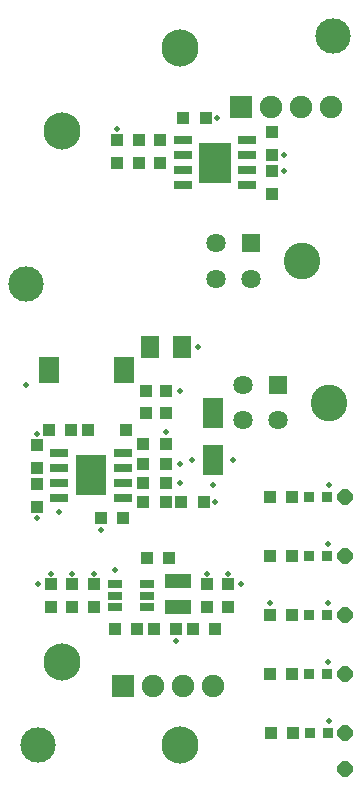
<source format=gts>
G04*
G04 #@! TF.GenerationSoftware,Altium Limited,Altium Designer,20.0.11 (256)*
G04*
G04 Layer_Color=8388736*
%FSLAX44Y44*%
%MOMM*%
G71*
G01*
G75*
%ADD17R,0.9000X0.9000*%
%ADD29R,1.5400X1.9200*%
%ADD30R,1.0000X1.0000*%
%ADD31R,1.0000X1.0500*%
%ADD32R,2.6100X3.4000*%
%ADD33R,1.5500X0.7000*%
%ADD34R,1.7000X2.3000*%
%ADD35R,1.0000X1.0000*%
%ADD36R,1.8000X2.6000*%
%ADD37C,3.0000*%
%ADD38R,1.2000X0.7000*%
%ADD39R,2.3200X1.3000*%
%ADD40R,2.8100X3.5000*%
%ADD41R,1.6500X0.7000*%
%ADD42C,3.1480*%
%ADD43C,3.1000*%
%ADD44R,1.6300X1.6300*%
%ADD45C,1.6300*%
%ADD46P,1.4071X8X292.5*%
%ADD47P,1.4071X8X202.5*%
%ADD48C,1.9000*%
%ADD49R,1.9000X1.9000*%
%ADD50C,0.5000*%
D17*
X275500Y40000D02*
D03*
X260500D02*
D03*
X274500Y90000D02*
D03*
X259500D02*
D03*
X274500Y140000D02*
D03*
X259500D02*
D03*
X274500Y190000D02*
D03*
X259500D02*
D03*
X274500Y240000D02*
D03*
X259500D02*
D03*
D29*
X125000Y367000D02*
D03*
X151720D02*
D03*
D30*
X39000Y297000D02*
D03*
X58000D02*
D03*
X119000Y285000D02*
D03*
X138000D02*
D03*
X83000Y222000D02*
D03*
X102000D02*
D03*
X138000Y236000D02*
D03*
X119000D02*
D03*
X138000Y252000D02*
D03*
X119000D02*
D03*
X138000Y268000D02*
D03*
X119000D02*
D03*
X170000Y236000D02*
D03*
X151000D02*
D03*
X227000Y40000D02*
D03*
X246000D02*
D03*
X226000Y90000D02*
D03*
X245000D02*
D03*
X226000Y140000D02*
D03*
X245000D02*
D03*
X226000Y190000D02*
D03*
X245000D02*
D03*
X226000Y240000D02*
D03*
X245000D02*
D03*
X141000Y188000D02*
D03*
X122000D02*
D03*
X161000Y128000D02*
D03*
X180000D02*
D03*
X95000D02*
D03*
X114000D02*
D03*
X128000D02*
D03*
X147000D02*
D03*
X153000Y561000D02*
D03*
X172000D02*
D03*
D31*
X104000Y297000D02*
D03*
X72500D02*
D03*
D32*
X74750Y258350D02*
D03*
D33*
X102000Y239300D02*
D03*
Y252000D02*
D03*
Y264700D02*
D03*
Y277400D02*
D03*
X47500Y239300D02*
D03*
Y252000D02*
D03*
Y264700D02*
D03*
Y277400D02*
D03*
D34*
X103000Y348000D02*
D03*
X39000D02*
D03*
D35*
X29000Y284000D02*
D03*
Y265000D02*
D03*
X121000Y311000D02*
D03*
Y330000D02*
D03*
X138000D02*
D03*
Y311000D02*
D03*
X29000Y232000D02*
D03*
Y251000D02*
D03*
X77000Y147000D02*
D03*
Y166000D02*
D03*
X228000Y497000D02*
D03*
Y516000D02*
D03*
X191000Y147000D02*
D03*
Y166000D02*
D03*
X173000Y147000D02*
D03*
Y166000D02*
D03*
X59000Y147000D02*
D03*
Y166000D02*
D03*
X41000Y147000D02*
D03*
Y166000D02*
D03*
X133000Y542000D02*
D03*
Y523000D02*
D03*
X115000Y542000D02*
D03*
Y523000D02*
D03*
X228000Y530000D02*
D03*
Y549000D02*
D03*
X97000Y523000D02*
D03*
Y542000D02*
D03*
D36*
X178000Y271000D02*
D03*
Y311000D02*
D03*
D37*
X280000Y630000D02*
D03*
X20000Y420000D02*
D03*
X30000Y30000D02*
D03*
D38*
X95000Y166000D02*
D03*
Y156500D02*
D03*
Y147000D02*
D03*
X122000D02*
D03*
Y156500D02*
D03*
Y166000D02*
D03*
D39*
X148000Y147000D02*
D03*
Y169200D02*
D03*
D40*
X180043Y523000D02*
D03*
D41*
X153043Y542050D02*
D03*
Y529350D02*
D03*
Y516650D02*
D03*
Y503950D02*
D03*
X207043Y542050D02*
D03*
Y529350D02*
D03*
Y516650D02*
D03*
Y503950D02*
D03*
D42*
X150000Y620000D02*
D03*
Y30000D02*
D03*
X50000Y550000D02*
D03*
Y100000D02*
D03*
D43*
X253600Y440000D02*
D03*
X276600Y320000D02*
D03*
D44*
X210400Y455000D02*
D03*
X233400Y335000D02*
D03*
D45*
X210400Y425000D02*
D03*
X180400Y455000D02*
D03*
Y425000D02*
D03*
X203400Y305000D02*
D03*
Y335000D02*
D03*
X233400Y305000D02*
D03*
D46*
X290000Y40000D02*
D03*
X290000Y90000D02*
D03*
X290000Y140000D02*
D03*
Y240000D02*
D03*
Y10000D02*
D03*
D47*
Y190000D02*
D03*
D48*
X278100Y570000D02*
D03*
X252700D02*
D03*
X227300D02*
D03*
X178100Y80000D02*
D03*
X152700D02*
D03*
X127300D02*
D03*
D49*
X201900Y570000D02*
D03*
X101900Y80000D02*
D03*
D50*
X147000Y118000D02*
D03*
X29000Y293000D02*
D03*
X181000Y561000D02*
D03*
X238000Y516000D02*
D03*
Y530000D02*
D03*
X97000Y552000D02*
D03*
X165000Y367000D02*
D03*
X150000Y330000D02*
D03*
X195000Y271000D02*
D03*
X160000D02*
D03*
X178000Y250000D02*
D03*
X150000Y252000D02*
D03*
Y268000D02*
D03*
X180000Y236000D02*
D03*
X276000Y250000D02*
D03*
X275000Y200000D02*
D03*
Y150000D02*
D03*
Y100000D02*
D03*
X276000Y50000D02*
D03*
X202000Y166000D02*
D03*
X191000Y175000D02*
D03*
X173000D02*
D03*
X95000Y178000D02*
D03*
X30000Y166000D02*
D03*
X41000Y175000D02*
D03*
X59000D02*
D03*
X77000D02*
D03*
X83000Y212000D02*
D03*
X48000Y227000D02*
D03*
X29000Y222000D02*
D03*
X226000Y150000D02*
D03*
X20000Y335000D02*
D03*
X138000Y295000D02*
D03*
X80250Y247350D02*
D03*
X69250D02*
D03*
X80250Y258350D02*
D03*
X69250D02*
D03*
X80250Y269350D02*
D03*
X69250D02*
D03*
X174543Y534000D02*
D03*
X185543D02*
D03*
X174543Y523000D02*
D03*
X185543D02*
D03*
X174543Y512000D02*
D03*
X185543D02*
D03*
M02*

</source>
